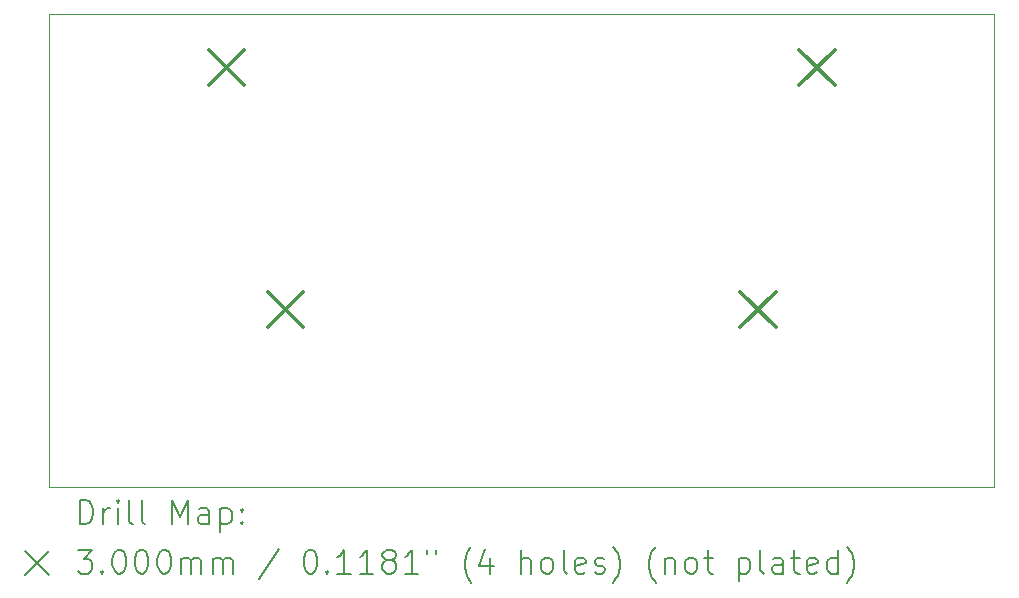
<source format=gbr>
%TF.GenerationSoftware,KiCad,Pcbnew,9.0.2+dfsg-1*%
%TF.CreationDate,2025-08-18T22:10:58-04:00*%
%TF.ProjectId,Complex_Controller_V1,436f6d70-6c65-4785-9f43-6f6e74726f6c,rev?*%
%TF.SameCoordinates,Original*%
%TF.FileFunction,Drillmap*%
%TF.FilePolarity,Positive*%
%FSLAX45Y45*%
G04 Gerber Fmt 4.5, Leading zero omitted, Abs format (unit mm)*
G04 Created by KiCad (PCBNEW 9.0.2+dfsg-1) date 2025-08-18 22:10:58*
%MOMM*%
%LPD*%
G01*
G04 APERTURE LIST*
%ADD10C,0.050000*%
%ADD11C,0.200000*%
%ADD12C,0.300000*%
G04 APERTURE END LIST*
D10*
X10832500Y-12400000D02*
X18832500Y-12400000D01*
X10832500Y-8400000D02*
X10832500Y-12400000D01*
X18832500Y-12400000D02*
X18832500Y-8400000D01*
X18832500Y-8400000D02*
X10832500Y-8400000D01*
D11*
D12*
X12182500Y-8700000D02*
X12482500Y-9000000D01*
X12482500Y-8700000D02*
X12182500Y-9000000D01*
X12682500Y-10750000D02*
X12982500Y-11050000D01*
X12982500Y-10750000D02*
X12682500Y-11050000D01*
X16682500Y-10750000D02*
X16982500Y-11050000D01*
X16982500Y-10750000D02*
X16682500Y-11050000D01*
X17182500Y-8700000D02*
X17482500Y-9000000D01*
X17482500Y-8700000D02*
X17182500Y-9000000D01*
D11*
X11090777Y-12713984D02*
X11090777Y-12513984D01*
X11090777Y-12513984D02*
X11138396Y-12513984D01*
X11138396Y-12513984D02*
X11166967Y-12523508D01*
X11166967Y-12523508D02*
X11186015Y-12542555D01*
X11186015Y-12542555D02*
X11195539Y-12561603D01*
X11195539Y-12561603D02*
X11205062Y-12599698D01*
X11205062Y-12599698D02*
X11205062Y-12628269D01*
X11205062Y-12628269D02*
X11195539Y-12666365D01*
X11195539Y-12666365D02*
X11186015Y-12685412D01*
X11186015Y-12685412D02*
X11166967Y-12704460D01*
X11166967Y-12704460D02*
X11138396Y-12713984D01*
X11138396Y-12713984D02*
X11090777Y-12713984D01*
X11290777Y-12713984D02*
X11290777Y-12580650D01*
X11290777Y-12618746D02*
X11300301Y-12599698D01*
X11300301Y-12599698D02*
X11309824Y-12590174D01*
X11309824Y-12590174D02*
X11328872Y-12580650D01*
X11328872Y-12580650D02*
X11347920Y-12580650D01*
X11414586Y-12713984D02*
X11414586Y-12580650D01*
X11414586Y-12513984D02*
X11405062Y-12523508D01*
X11405062Y-12523508D02*
X11414586Y-12533031D01*
X11414586Y-12533031D02*
X11424110Y-12523508D01*
X11424110Y-12523508D02*
X11414586Y-12513984D01*
X11414586Y-12513984D02*
X11414586Y-12533031D01*
X11538396Y-12713984D02*
X11519348Y-12704460D01*
X11519348Y-12704460D02*
X11509824Y-12685412D01*
X11509824Y-12685412D02*
X11509824Y-12513984D01*
X11643158Y-12713984D02*
X11624110Y-12704460D01*
X11624110Y-12704460D02*
X11614586Y-12685412D01*
X11614586Y-12685412D02*
X11614586Y-12513984D01*
X11871729Y-12713984D02*
X11871729Y-12513984D01*
X11871729Y-12513984D02*
X11938396Y-12656841D01*
X11938396Y-12656841D02*
X12005062Y-12513984D01*
X12005062Y-12513984D02*
X12005062Y-12713984D01*
X12186015Y-12713984D02*
X12186015Y-12609222D01*
X12186015Y-12609222D02*
X12176491Y-12590174D01*
X12176491Y-12590174D02*
X12157443Y-12580650D01*
X12157443Y-12580650D02*
X12119348Y-12580650D01*
X12119348Y-12580650D02*
X12100301Y-12590174D01*
X12186015Y-12704460D02*
X12166967Y-12713984D01*
X12166967Y-12713984D02*
X12119348Y-12713984D01*
X12119348Y-12713984D02*
X12100301Y-12704460D01*
X12100301Y-12704460D02*
X12090777Y-12685412D01*
X12090777Y-12685412D02*
X12090777Y-12666365D01*
X12090777Y-12666365D02*
X12100301Y-12647317D01*
X12100301Y-12647317D02*
X12119348Y-12637793D01*
X12119348Y-12637793D02*
X12166967Y-12637793D01*
X12166967Y-12637793D02*
X12186015Y-12628269D01*
X12281253Y-12580650D02*
X12281253Y-12780650D01*
X12281253Y-12590174D02*
X12300301Y-12580650D01*
X12300301Y-12580650D02*
X12338396Y-12580650D01*
X12338396Y-12580650D02*
X12357443Y-12590174D01*
X12357443Y-12590174D02*
X12366967Y-12599698D01*
X12366967Y-12599698D02*
X12376491Y-12618746D01*
X12376491Y-12618746D02*
X12376491Y-12675888D01*
X12376491Y-12675888D02*
X12366967Y-12694936D01*
X12366967Y-12694936D02*
X12357443Y-12704460D01*
X12357443Y-12704460D02*
X12338396Y-12713984D01*
X12338396Y-12713984D02*
X12300301Y-12713984D01*
X12300301Y-12713984D02*
X12281253Y-12704460D01*
X12462205Y-12694936D02*
X12471729Y-12704460D01*
X12471729Y-12704460D02*
X12462205Y-12713984D01*
X12462205Y-12713984D02*
X12452682Y-12704460D01*
X12452682Y-12704460D02*
X12462205Y-12694936D01*
X12462205Y-12694936D02*
X12462205Y-12713984D01*
X12462205Y-12590174D02*
X12471729Y-12599698D01*
X12471729Y-12599698D02*
X12462205Y-12609222D01*
X12462205Y-12609222D02*
X12452682Y-12599698D01*
X12452682Y-12599698D02*
X12462205Y-12590174D01*
X12462205Y-12590174D02*
X12462205Y-12609222D01*
X10630000Y-12942500D02*
X10830000Y-13142500D01*
X10830000Y-12942500D02*
X10630000Y-13142500D01*
X11071729Y-12933984D02*
X11195539Y-12933984D01*
X11195539Y-12933984D02*
X11128872Y-13010174D01*
X11128872Y-13010174D02*
X11157444Y-13010174D01*
X11157444Y-13010174D02*
X11176491Y-13019698D01*
X11176491Y-13019698D02*
X11186015Y-13029222D01*
X11186015Y-13029222D02*
X11195539Y-13048269D01*
X11195539Y-13048269D02*
X11195539Y-13095888D01*
X11195539Y-13095888D02*
X11186015Y-13114936D01*
X11186015Y-13114936D02*
X11176491Y-13124460D01*
X11176491Y-13124460D02*
X11157444Y-13133984D01*
X11157444Y-13133984D02*
X11100301Y-13133984D01*
X11100301Y-13133984D02*
X11081253Y-13124460D01*
X11081253Y-13124460D02*
X11071729Y-13114936D01*
X11281253Y-13114936D02*
X11290777Y-13124460D01*
X11290777Y-13124460D02*
X11281253Y-13133984D01*
X11281253Y-13133984D02*
X11271729Y-13124460D01*
X11271729Y-13124460D02*
X11281253Y-13114936D01*
X11281253Y-13114936D02*
X11281253Y-13133984D01*
X11414586Y-12933984D02*
X11433634Y-12933984D01*
X11433634Y-12933984D02*
X11452682Y-12943508D01*
X11452682Y-12943508D02*
X11462205Y-12953031D01*
X11462205Y-12953031D02*
X11471729Y-12972079D01*
X11471729Y-12972079D02*
X11481253Y-13010174D01*
X11481253Y-13010174D02*
X11481253Y-13057793D01*
X11481253Y-13057793D02*
X11471729Y-13095888D01*
X11471729Y-13095888D02*
X11462205Y-13114936D01*
X11462205Y-13114936D02*
X11452682Y-13124460D01*
X11452682Y-13124460D02*
X11433634Y-13133984D01*
X11433634Y-13133984D02*
X11414586Y-13133984D01*
X11414586Y-13133984D02*
X11395539Y-13124460D01*
X11395539Y-13124460D02*
X11386015Y-13114936D01*
X11386015Y-13114936D02*
X11376491Y-13095888D01*
X11376491Y-13095888D02*
X11366967Y-13057793D01*
X11366967Y-13057793D02*
X11366967Y-13010174D01*
X11366967Y-13010174D02*
X11376491Y-12972079D01*
X11376491Y-12972079D02*
X11386015Y-12953031D01*
X11386015Y-12953031D02*
X11395539Y-12943508D01*
X11395539Y-12943508D02*
X11414586Y-12933984D01*
X11605062Y-12933984D02*
X11624110Y-12933984D01*
X11624110Y-12933984D02*
X11643158Y-12943508D01*
X11643158Y-12943508D02*
X11652682Y-12953031D01*
X11652682Y-12953031D02*
X11662205Y-12972079D01*
X11662205Y-12972079D02*
X11671729Y-13010174D01*
X11671729Y-13010174D02*
X11671729Y-13057793D01*
X11671729Y-13057793D02*
X11662205Y-13095888D01*
X11662205Y-13095888D02*
X11652682Y-13114936D01*
X11652682Y-13114936D02*
X11643158Y-13124460D01*
X11643158Y-13124460D02*
X11624110Y-13133984D01*
X11624110Y-13133984D02*
X11605062Y-13133984D01*
X11605062Y-13133984D02*
X11586015Y-13124460D01*
X11586015Y-13124460D02*
X11576491Y-13114936D01*
X11576491Y-13114936D02*
X11566967Y-13095888D01*
X11566967Y-13095888D02*
X11557443Y-13057793D01*
X11557443Y-13057793D02*
X11557443Y-13010174D01*
X11557443Y-13010174D02*
X11566967Y-12972079D01*
X11566967Y-12972079D02*
X11576491Y-12953031D01*
X11576491Y-12953031D02*
X11586015Y-12943508D01*
X11586015Y-12943508D02*
X11605062Y-12933984D01*
X11795539Y-12933984D02*
X11814586Y-12933984D01*
X11814586Y-12933984D02*
X11833634Y-12943508D01*
X11833634Y-12943508D02*
X11843158Y-12953031D01*
X11843158Y-12953031D02*
X11852682Y-12972079D01*
X11852682Y-12972079D02*
X11862205Y-13010174D01*
X11862205Y-13010174D02*
X11862205Y-13057793D01*
X11862205Y-13057793D02*
X11852682Y-13095888D01*
X11852682Y-13095888D02*
X11843158Y-13114936D01*
X11843158Y-13114936D02*
X11833634Y-13124460D01*
X11833634Y-13124460D02*
X11814586Y-13133984D01*
X11814586Y-13133984D02*
X11795539Y-13133984D01*
X11795539Y-13133984D02*
X11776491Y-13124460D01*
X11776491Y-13124460D02*
X11766967Y-13114936D01*
X11766967Y-13114936D02*
X11757443Y-13095888D01*
X11757443Y-13095888D02*
X11747920Y-13057793D01*
X11747920Y-13057793D02*
X11747920Y-13010174D01*
X11747920Y-13010174D02*
X11757443Y-12972079D01*
X11757443Y-12972079D02*
X11766967Y-12953031D01*
X11766967Y-12953031D02*
X11776491Y-12943508D01*
X11776491Y-12943508D02*
X11795539Y-12933984D01*
X11947920Y-13133984D02*
X11947920Y-13000650D01*
X11947920Y-13019698D02*
X11957443Y-13010174D01*
X11957443Y-13010174D02*
X11976491Y-13000650D01*
X11976491Y-13000650D02*
X12005063Y-13000650D01*
X12005063Y-13000650D02*
X12024110Y-13010174D01*
X12024110Y-13010174D02*
X12033634Y-13029222D01*
X12033634Y-13029222D02*
X12033634Y-13133984D01*
X12033634Y-13029222D02*
X12043158Y-13010174D01*
X12043158Y-13010174D02*
X12062205Y-13000650D01*
X12062205Y-13000650D02*
X12090777Y-13000650D01*
X12090777Y-13000650D02*
X12109824Y-13010174D01*
X12109824Y-13010174D02*
X12119348Y-13029222D01*
X12119348Y-13029222D02*
X12119348Y-13133984D01*
X12214586Y-13133984D02*
X12214586Y-13000650D01*
X12214586Y-13019698D02*
X12224110Y-13010174D01*
X12224110Y-13010174D02*
X12243158Y-13000650D01*
X12243158Y-13000650D02*
X12271729Y-13000650D01*
X12271729Y-13000650D02*
X12290777Y-13010174D01*
X12290777Y-13010174D02*
X12300301Y-13029222D01*
X12300301Y-13029222D02*
X12300301Y-13133984D01*
X12300301Y-13029222D02*
X12309824Y-13010174D01*
X12309824Y-13010174D02*
X12328872Y-13000650D01*
X12328872Y-13000650D02*
X12357443Y-13000650D01*
X12357443Y-13000650D02*
X12376491Y-13010174D01*
X12376491Y-13010174D02*
X12386015Y-13029222D01*
X12386015Y-13029222D02*
X12386015Y-13133984D01*
X12776491Y-12924460D02*
X12605063Y-13181603D01*
X13033634Y-12933984D02*
X13052682Y-12933984D01*
X13052682Y-12933984D02*
X13071729Y-12943508D01*
X13071729Y-12943508D02*
X13081253Y-12953031D01*
X13081253Y-12953031D02*
X13090777Y-12972079D01*
X13090777Y-12972079D02*
X13100301Y-13010174D01*
X13100301Y-13010174D02*
X13100301Y-13057793D01*
X13100301Y-13057793D02*
X13090777Y-13095888D01*
X13090777Y-13095888D02*
X13081253Y-13114936D01*
X13081253Y-13114936D02*
X13071729Y-13124460D01*
X13071729Y-13124460D02*
X13052682Y-13133984D01*
X13052682Y-13133984D02*
X13033634Y-13133984D01*
X13033634Y-13133984D02*
X13014586Y-13124460D01*
X13014586Y-13124460D02*
X13005063Y-13114936D01*
X13005063Y-13114936D02*
X12995539Y-13095888D01*
X12995539Y-13095888D02*
X12986015Y-13057793D01*
X12986015Y-13057793D02*
X12986015Y-13010174D01*
X12986015Y-13010174D02*
X12995539Y-12972079D01*
X12995539Y-12972079D02*
X13005063Y-12953031D01*
X13005063Y-12953031D02*
X13014586Y-12943508D01*
X13014586Y-12943508D02*
X13033634Y-12933984D01*
X13186015Y-13114936D02*
X13195539Y-13124460D01*
X13195539Y-13124460D02*
X13186015Y-13133984D01*
X13186015Y-13133984D02*
X13176491Y-13124460D01*
X13176491Y-13124460D02*
X13186015Y-13114936D01*
X13186015Y-13114936D02*
X13186015Y-13133984D01*
X13386015Y-13133984D02*
X13271729Y-13133984D01*
X13328872Y-13133984D02*
X13328872Y-12933984D01*
X13328872Y-12933984D02*
X13309825Y-12962555D01*
X13309825Y-12962555D02*
X13290777Y-12981603D01*
X13290777Y-12981603D02*
X13271729Y-12991127D01*
X13576491Y-13133984D02*
X13462206Y-13133984D01*
X13519348Y-13133984D02*
X13519348Y-12933984D01*
X13519348Y-12933984D02*
X13500301Y-12962555D01*
X13500301Y-12962555D02*
X13481253Y-12981603D01*
X13481253Y-12981603D02*
X13462206Y-12991127D01*
X13690777Y-13019698D02*
X13671729Y-13010174D01*
X13671729Y-13010174D02*
X13662206Y-13000650D01*
X13662206Y-13000650D02*
X13652682Y-12981603D01*
X13652682Y-12981603D02*
X13652682Y-12972079D01*
X13652682Y-12972079D02*
X13662206Y-12953031D01*
X13662206Y-12953031D02*
X13671729Y-12943508D01*
X13671729Y-12943508D02*
X13690777Y-12933984D01*
X13690777Y-12933984D02*
X13728872Y-12933984D01*
X13728872Y-12933984D02*
X13747920Y-12943508D01*
X13747920Y-12943508D02*
X13757444Y-12953031D01*
X13757444Y-12953031D02*
X13766967Y-12972079D01*
X13766967Y-12972079D02*
X13766967Y-12981603D01*
X13766967Y-12981603D02*
X13757444Y-13000650D01*
X13757444Y-13000650D02*
X13747920Y-13010174D01*
X13747920Y-13010174D02*
X13728872Y-13019698D01*
X13728872Y-13019698D02*
X13690777Y-13019698D01*
X13690777Y-13019698D02*
X13671729Y-13029222D01*
X13671729Y-13029222D02*
X13662206Y-13038746D01*
X13662206Y-13038746D02*
X13652682Y-13057793D01*
X13652682Y-13057793D02*
X13652682Y-13095888D01*
X13652682Y-13095888D02*
X13662206Y-13114936D01*
X13662206Y-13114936D02*
X13671729Y-13124460D01*
X13671729Y-13124460D02*
X13690777Y-13133984D01*
X13690777Y-13133984D02*
X13728872Y-13133984D01*
X13728872Y-13133984D02*
X13747920Y-13124460D01*
X13747920Y-13124460D02*
X13757444Y-13114936D01*
X13757444Y-13114936D02*
X13766967Y-13095888D01*
X13766967Y-13095888D02*
X13766967Y-13057793D01*
X13766967Y-13057793D02*
X13757444Y-13038746D01*
X13757444Y-13038746D02*
X13747920Y-13029222D01*
X13747920Y-13029222D02*
X13728872Y-13019698D01*
X13957444Y-13133984D02*
X13843158Y-13133984D01*
X13900301Y-13133984D02*
X13900301Y-12933984D01*
X13900301Y-12933984D02*
X13881253Y-12962555D01*
X13881253Y-12962555D02*
X13862206Y-12981603D01*
X13862206Y-12981603D02*
X13843158Y-12991127D01*
X14033634Y-12933984D02*
X14033634Y-12972079D01*
X14109825Y-12933984D02*
X14109825Y-12972079D01*
X14405063Y-13210174D02*
X14395539Y-13200650D01*
X14395539Y-13200650D02*
X14376491Y-13172079D01*
X14376491Y-13172079D02*
X14366968Y-13153031D01*
X14366968Y-13153031D02*
X14357444Y-13124460D01*
X14357444Y-13124460D02*
X14347920Y-13076841D01*
X14347920Y-13076841D02*
X14347920Y-13038746D01*
X14347920Y-13038746D02*
X14357444Y-12991127D01*
X14357444Y-12991127D02*
X14366968Y-12962555D01*
X14366968Y-12962555D02*
X14376491Y-12943508D01*
X14376491Y-12943508D02*
X14395539Y-12914936D01*
X14395539Y-12914936D02*
X14405063Y-12905412D01*
X14566968Y-13000650D02*
X14566968Y-13133984D01*
X14519348Y-12924460D02*
X14471729Y-13067317D01*
X14471729Y-13067317D02*
X14595539Y-13067317D01*
X14824110Y-13133984D02*
X14824110Y-12933984D01*
X14909825Y-13133984D02*
X14909825Y-13029222D01*
X14909825Y-13029222D02*
X14900301Y-13010174D01*
X14900301Y-13010174D02*
X14881253Y-13000650D01*
X14881253Y-13000650D02*
X14852682Y-13000650D01*
X14852682Y-13000650D02*
X14833634Y-13010174D01*
X14833634Y-13010174D02*
X14824110Y-13019698D01*
X15033634Y-13133984D02*
X15014587Y-13124460D01*
X15014587Y-13124460D02*
X15005063Y-13114936D01*
X15005063Y-13114936D02*
X14995539Y-13095888D01*
X14995539Y-13095888D02*
X14995539Y-13038746D01*
X14995539Y-13038746D02*
X15005063Y-13019698D01*
X15005063Y-13019698D02*
X15014587Y-13010174D01*
X15014587Y-13010174D02*
X15033634Y-13000650D01*
X15033634Y-13000650D02*
X15062206Y-13000650D01*
X15062206Y-13000650D02*
X15081253Y-13010174D01*
X15081253Y-13010174D02*
X15090777Y-13019698D01*
X15090777Y-13019698D02*
X15100301Y-13038746D01*
X15100301Y-13038746D02*
X15100301Y-13095888D01*
X15100301Y-13095888D02*
X15090777Y-13114936D01*
X15090777Y-13114936D02*
X15081253Y-13124460D01*
X15081253Y-13124460D02*
X15062206Y-13133984D01*
X15062206Y-13133984D02*
X15033634Y-13133984D01*
X15214587Y-13133984D02*
X15195539Y-13124460D01*
X15195539Y-13124460D02*
X15186015Y-13105412D01*
X15186015Y-13105412D02*
X15186015Y-12933984D01*
X15366968Y-13124460D02*
X15347920Y-13133984D01*
X15347920Y-13133984D02*
X15309825Y-13133984D01*
X15309825Y-13133984D02*
X15290777Y-13124460D01*
X15290777Y-13124460D02*
X15281253Y-13105412D01*
X15281253Y-13105412D02*
X15281253Y-13029222D01*
X15281253Y-13029222D02*
X15290777Y-13010174D01*
X15290777Y-13010174D02*
X15309825Y-13000650D01*
X15309825Y-13000650D02*
X15347920Y-13000650D01*
X15347920Y-13000650D02*
X15366968Y-13010174D01*
X15366968Y-13010174D02*
X15376491Y-13029222D01*
X15376491Y-13029222D02*
X15376491Y-13048269D01*
X15376491Y-13048269D02*
X15281253Y-13067317D01*
X15452682Y-13124460D02*
X15471730Y-13133984D01*
X15471730Y-13133984D02*
X15509825Y-13133984D01*
X15509825Y-13133984D02*
X15528872Y-13124460D01*
X15528872Y-13124460D02*
X15538396Y-13105412D01*
X15538396Y-13105412D02*
X15538396Y-13095888D01*
X15538396Y-13095888D02*
X15528872Y-13076841D01*
X15528872Y-13076841D02*
X15509825Y-13067317D01*
X15509825Y-13067317D02*
X15481253Y-13067317D01*
X15481253Y-13067317D02*
X15462206Y-13057793D01*
X15462206Y-13057793D02*
X15452682Y-13038746D01*
X15452682Y-13038746D02*
X15452682Y-13029222D01*
X15452682Y-13029222D02*
X15462206Y-13010174D01*
X15462206Y-13010174D02*
X15481253Y-13000650D01*
X15481253Y-13000650D02*
X15509825Y-13000650D01*
X15509825Y-13000650D02*
X15528872Y-13010174D01*
X15605063Y-13210174D02*
X15614587Y-13200650D01*
X15614587Y-13200650D02*
X15633634Y-13172079D01*
X15633634Y-13172079D02*
X15643158Y-13153031D01*
X15643158Y-13153031D02*
X15652682Y-13124460D01*
X15652682Y-13124460D02*
X15662206Y-13076841D01*
X15662206Y-13076841D02*
X15662206Y-13038746D01*
X15662206Y-13038746D02*
X15652682Y-12991127D01*
X15652682Y-12991127D02*
X15643158Y-12962555D01*
X15643158Y-12962555D02*
X15633634Y-12943508D01*
X15633634Y-12943508D02*
X15614587Y-12914936D01*
X15614587Y-12914936D02*
X15605063Y-12905412D01*
X15966968Y-13210174D02*
X15957444Y-13200650D01*
X15957444Y-13200650D02*
X15938396Y-13172079D01*
X15938396Y-13172079D02*
X15928872Y-13153031D01*
X15928872Y-13153031D02*
X15919349Y-13124460D01*
X15919349Y-13124460D02*
X15909825Y-13076841D01*
X15909825Y-13076841D02*
X15909825Y-13038746D01*
X15909825Y-13038746D02*
X15919349Y-12991127D01*
X15919349Y-12991127D02*
X15928872Y-12962555D01*
X15928872Y-12962555D02*
X15938396Y-12943508D01*
X15938396Y-12943508D02*
X15957444Y-12914936D01*
X15957444Y-12914936D02*
X15966968Y-12905412D01*
X16043158Y-13000650D02*
X16043158Y-13133984D01*
X16043158Y-13019698D02*
X16052682Y-13010174D01*
X16052682Y-13010174D02*
X16071730Y-13000650D01*
X16071730Y-13000650D02*
X16100301Y-13000650D01*
X16100301Y-13000650D02*
X16119349Y-13010174D01*
X16119349Y-13010174D02*
X16128872Y-13029222D01*
X16128872Y-13029222D02*
X16128872Y-13133984D01*
X16252682Y-13133984D02*
X16233634Y-13124460D01*
X16233634Y-13124460D02*
X16224111Y-13114936D01*
X16224111Y-13114936D02*
X16214587Y-13095888D01*
X16214587Y-13095888D02*
X16214587Y-13038746D01*
X16214587Y-13038746D02*
X16224111Y-13019698D01*
X16224111Y-13019698D02*
X16233634Y-13010174D01*
X16233634Y-13010174D02*
X16252682Y-13000650D01*
X16252682Y-13000650D02*
X16281253Y-13000650D01*
X16281253Y-13000650D02*
X16300301Y-13010174D01*
X16300301Y-13010174D02*
X16309825Y-13019698D01*
X16309825Y-13019698D02*
X16319349Y-13038746D01*
X16319349Y-13038746D02*
X16319349Y-13095888D01*
X16319349Y-13095888D02*
X16309825Y-13114936D01*
X16309825Y-13114936D02*
X16300301Y-13124460D01*
X16300301Y-13124460D02*
X16281253Y-13133984D01*
X16281253Y-13133984D02*
X16252682Y-13133984D01*
X16376492Y-13000650D02*
X16452682Y-13000650D01*
X16405063Y-12933984D02*
X16405063Y-13105412D01*
X16405063Y-13105412D02*
X16414587Y-13124460D01*
X16414587Y-13124460D02*
X16433634Y-13133984D01*
X16433634Y-13133984D02*
X16452682Y-13133984D01*
X16671730Y-13000650D02*
X16671730Y-13200650D01*
X16671730Y-13010174D02*
X16690777Y-13000650D01*
X16690777Y-13000650D02*
X16728873Y-13000650D01*
X16728873Y-13000650D02*
X16747920Y-13010174D01*
X16747920Y-13010174D02*
X16757444Y-13019698D01*
X16757444Y-13019698D02*
X16766968Y-13038746D01*
X16766968Y-13038746D02*
X16766968Y-13095888D01*
X16766968Y-13095888D02*
X16757444Y-13114936D01*
X16757444Y-13114936D02*
X16747920Y-13124460D01*
X16747920Y-13124460D02*
X16728873Y-13133984D01*
X16728873Y-13133984D02*
X16690777Y-13133984D01*
X16690777Y-13133984D02*
X16671730Y-13124460D01*
X16881254Y-13133984D02*
X16862206Y-13124460D01*
X16862206Y-13124460D02*
X16852682Y-13105412D01*
X16852682Y-13105412D02*
X16852682Y-12933984D01*
X17043158Y-13133984D02*
X17043158Y-13029222D01*
X17043158Y-13029222D02*
X17033635Y-13010174D01*
X17033635Y-13010174D02*
X17014587Y-13000650D01*
X17014587Y-13000650D02*
X16976492Y-13000650D01*
X16976492Y-13000650D02*
X16957444Y-13010174D01*
X17043158Y-13124460D02*
X17024111Y-13133984D01*
X17024111Y-13133984D02*
X16976492Y-13133984D01*
X16976492Y-13133984D02*
X16957444Y-13124460D01*
X16957444Y-13124460D02*
X16947920Y-13105412D01*
X16947920Y-13105412D02*
X16947920Y-13086365D01*
X16947920Y-13086365D02*
X16957444Y-13067317D01*
X16957444Y-13067317D02*
X16976492Y-13057793D01*
X16976492Y-13057793D02*
X17024111Y-13057793D01*
X17024111Y-13057793D02*
X17043158Y-13048269D01*
X17109825Y-13000650D02*
X17186015Y-13000650D01*
X17138396Y-12933984D02*
X17138396Y-13105412D01*
X17138396Y-13105412D02*
X17147920Y-13124460D01*
X17147920Y-13124460D02*
X17166968Y-13133984D01*
X17166968Y-13133984D02*
X17186015Y-13133984D01*
X17328873Y-13124460D02*
X17309825Y-13133984D01*
X17309825Y-13133984D02*
X17271730Y-13133984D01*
X17271730Y-13133984D02*
X17252682Y-13124460D01*
X17252682Y-13124460D02*
X17243158Y-13105412D01*
X17243158Y-13105412D02*
X17243158Y-13029222D01*
X17243158Y-13029222D02*
X17252682Y-13010174D01*
X17252682Y-13010174D02*
X17271730Y-13000650D01*
X17271730Y-13000650D02*
X17309825Y-13000650D01*
X17309825Y-13000650D02*
X17328873Y-13010174D01*
X17328873Y-13010174D02*
X17338396Y-13029222D01*
X17338396Y-13029222D02*
X17338396Y-13048269D01*
X17338396Y-13048269D02*
X17243158Y-13067317D01*
X17509825Y-13133984D02*
X17509825Y-12933984D01*
X17509825Y-13124460D02*
X17490777Y-13133984D01*
X17490777Y-13133984D02*
X17452682Y-13133984D01*
X17452682Y-13133984D02*
X17433635Y-13124460D01*
X17433635Y-13124460D02*
X17424111Y-13114936D01*
X17424111Y-13114936D02*
X17414587Y-13095888D01*
X17414587Y-13095888D02*
X17414587Y-13038746D01*
X17414587Y-13038746D02*
X17424111Y-13019698D01*
X17424111Y-13019698D02*
X17433635Y-13010174D01*
X17433635Y-13010174D02*
X17452682Y-13000650D01*
X17452682Y-13000650D02*
X17490777Y-13000650D01*
X17490777Y-13000650D02*
X17509825Y-13010174D01*
X17586016Y-13210174D02*
X17595539Y-13200650D01*
X17595539Y-13200650D02*
X17614587Y-13172079D01*
X17614587Y-13172079D02*
X17624111Y-13153031D01*
X17624111Y-13153031D02*
X17633635Y-13124460D01*
X17633635Y-13124460D02*
X17643158Y-13076841D01*
X17643158Y-13076841D02*
X17643158Y-13038746D01*
X17643158Y-13038746D02*
X17633635Y-12991127D01*
X17633635Y-12991127D02*
X17624111Y-12962555D01*
X17624111Y-12962555D02*
X17614587Y-12943508D01*
X17614587Y-12943508D02*
X17595539Y-12914936D01*
X17595539Y-12914936D02*
X17586016Y-12905412D01*
M02*

</source>
